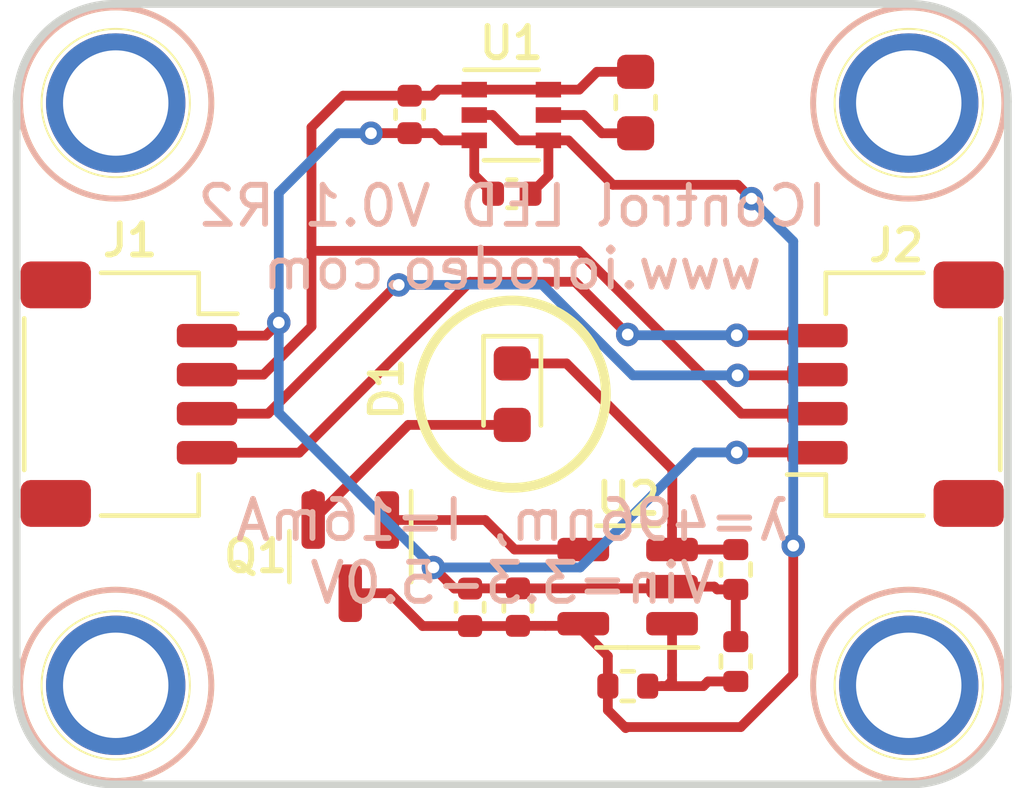
<source format=kicad_pcb>
(kicad_pcb (version 20221018) (generator pcbnew)
  (layers (0 "F.Cu" signal) (31 "B.Cu" signal) (34 "B.Paste" user) (35 "F.Paste" user) (36 "B.SilkS" user "B.Silkscreen") (37 "F.SilkS" user "F.Silkscreen") (38 "B.Mask" user) (39 "F.Mask" user) (44 "Edge.Cuts" user))
  (net 0 "")
  (net 1 "GND")
  (net 2 "/VIN")
  (net 3 "/VL")
  (net 4 "/SCL")
  (net 5 "/SDA")
  (net 6 "/5V")
  (net 7 "Net-(D1-K)")
  (net 8 "Net-(D1-A)")
  (net 9 "Net-(Q1-B)")
  (net 10 "/Vset")
  (footprint "custom_mount_hole:MountingHole_2.5mm_Pad" (layer "F.Cu") (at 52.54 52.54)
    (fp_text reference "M1" hide)
    (fp_text value "MountingHole_2.5mm_Pad" hide)
    (fp_circle (center 0 0) (end 2.45 0) (stroke (width 0.15)) (fill none) (layer "B.SilkS"))
    (fp_circle (center 0 0) (end 1.9 0) (stroke (width 0.05)) (fill none) (layer "F.SilkS"))
    (fp_circle (center 0 0) (end 2.45 0) (stroke (width 0.15)) (fill none) (layer "F.SilkS"))
    (pad "~" thru_hole circle (at 0 0) (size 3.57 3.57) (drill 2.7) (layers "*.Cu" "*.Mask"))
  )
  (footprint "custom_mount_hole:MountingHole_2.5mm_Pad" (layer "F.Cu") (at 72.86 52.54)
    (fp_text reference "M2" hide)
    (fp_text value "MountingHole_2.5mm_Pad" hide)
    (fp_circle (center 0 0) (end 2.45 0) (stroke (width 0.15)) (fill none) (layer "B.SilkS"))
    (fp_circle (center 0 0) (end 1.9 0) (stroke (width 0.05)) (fill none) (layer "F.SilkS"))
    (fp_circle (center 0 0) (end 2.45 0) (stroke (width 0.15)) (fill none) (layer "F.SilkS"))
    (pad "~" thru_hole circle (at 0 0) (size 3.57 3.57) (drill 2.7) (layers "*.Cu" "*.Mask"))
  )
  (footprint "custom_mount_hole:MountingHole_2.5mm_Pad" (layer "F.Cu") (at 72.86 67.46)
    (fp_text reference "M3" hide)
    (fp_text value "MountingHole_2.5mm_Pad" hide)
    (fp_circle (center 0 0) (end 2.45 0) (stroke (width 0.15)) (fill none) (layer "B.SilkS"))
    (fp_circle (center 0 0) (end 1.9 0) (stroke (width 0.05)) (fill none) (layer "F.SilkS"))
    (fp_circle (center 0 0) (end 2.45 0) (stroke (width 0.15)) (fill none) (layer "F.SilkS"))
    (pad "~" thru_hole circle (at 0 0) (size 3.57 3.57) (drill 2.7) (layers "*.Cu" "*.Mask"))
  )
  (footprint "custom_mount_hole:MountingHole_2.5mm_Pad" (layer "F.Cu") (at 52.54 67.46)
    (fp_text reference "M4" hide)
    (fp_text value "MountingHole_2.5mm_Pad" hide)
    (fp_circle (center 0 0) (end 2.45 0) (stroke (width 0.15)) (fill none) (layer "B.SilkS"))
    (fp_circle (center 0 0) (end 1.9 0) (stroke (width 0.05)) (fill none) (layer "F.SilkS"))
    (fp_circle (center 0 0) (end 2.45 0) (stroke (width 0.15)) (fill none) (layer "F.SilkS"))
    (pad "~" thru_hole circle (at 0 0) (size 3.57 3.57) (drill 2.7) (layers "*.Cu" "*.Mask"))
  )
  (footprint "LED_SMD:LED_0603_1608Metric" (layer "F.Cu") (at 62.7 60 -90)
    (fp_text reference "D1" (at -0.1322 3.2132 90) (layer "F.SilkS") (effects (font (size 0.8 0.8))))
    (fp_text value "LED" hide)
    (fp_line (start -1.485 -0.735) (end -1.485 0.735) (stroke (width 0.12)) (layer "F.SilkS"))
    (fp_line (start -1.485 0.735) (end 0.8 0.735) (stroke (width 0.12)) (layer "F.SilkS"))
    (fp_line (start 0.8 -0.735) (end -1.485 -0.735) (stroke (width 0.12)) (layer "F.SilkS"))
    (pad "1" smd roundrect (at -0.7875 0 270) (size 0.875 0.95) (layers "F.Cu" "F.Paste" "F.Mask") (net 7 "Net-(D1-K)"))
    (pad "2" smd roundrect (at 0.7875 0 270) (size 0.875 0.95) (layers "F.Cu" "F.Paste" "F.Mask") (net 8 "Net-(D1-A)"))
  )
  (footprint "JST_SH_SM04B_custom:JST_SH_SM04B-SRSS-TB_1x04-1MP_P1.00mm_Horizontal" (layer "F.Cu") (at 52.88 60 -90)
    (fp_text reference "J1" (at -3.9422 -0.0298) (layer "F.SilkS") (effects (font (size 0.8 0.8))))
    (fp_text value "Conn_01x04" hide)
    (fp_line (start -3.11 -1.785) (end -2.06 -1.785) (stroke (width 0.12)) (layer "F.SilkS"))
    (fp_line (start -3.11 0.715) (end -3.11 -1.785) (stroke (width 0.12)) (layer "F.SilkS"))
    (fp_line (start -2.06 -1.785) (end -2.06 -2.775) (stroke (width 0.12)) (layer "F.SilkS"))
    (fp_line (start -1.94 2.685) (end 1.94 2.685) (stroke (width 0.12)) (layer "F.SilkS"))
    (fp_line (start 3.11 -1.785) (end 2.06 -1.785) (stroke (width 0.12)) (layer "F.SilkS"))
    (fp_line (start 3.11 0.715) (end 3.11 -1.785) (stroke (width 0.12)) (layer "F.SilkS"))
    (pad "1" smd roundrect (at -1.5 -2 270) (size 0.6 1.55) (layers "F.Cu" "F.Paste" "F.Mask") (net 1 "GND"))
    (pad "2" smd roundrect (at -0.5 -2 270) (size 0.6 1.55) (layers "F.Cu" "F.Paste" "F.Mask") (net 2 "/VIN"))
    (pad "3" smd roundrect (at 0.5 -2 270) (size 0.6 1.55) (layers "F.Cu" "F.Paste" "F.Mask") (net 5 "/SDA"))
    (pad "4" smd roundrect (at 1.5 -2 270) (size 0.6 1.55) (layers "F.Cu" "F.Paste" "F.Mask") (net 4 "/SCL"))
    (pad "MP" smd roundrect (at -2.8 1.875 270) (size 1.2 1.8) (layers "F.Cu" "F.Paste" "F.Mask") (roundrect_rratio 0.2083333333))
    (pad "MP" smd roundrect (at 2.8 1.875 270) (size 1.2 1.8) (layers "F.Cu" "F.Paste" "F.Mask") (roundrect_rratio 0.2083333333))
  )
  (footprint "JST_SH_SM04B_custom:JST_SH_SM04B-SRSS-TB_1x04-1MP_P1.00mm_Horizontal" (layer "F.Cu") (at 72.52 60 90)
    (fp_text reference "J2" (at 3.8152 0.0208 180) (layer "F.SilkS") (effects (font (size 0.8 0.8))))
    (fp_text value "Conn_01x04" hide)
    (fp_line (start -3.11 -1.785) (end -2.06 -1.785) (stroke (width 0.12)) (layer "F.SilkS"))
    (fp_line (start -3.11 0.715) (end -3.11 -1.785) (stroke (width 0.12)) (layer "F.SilkS"))
    (fp_line (start -2.06 -1.785) (end -2.06 -2.775) (stroke (width 0.12)) (layer "F.SilkS"))
    (fp_line (start -1.94 2.685) (end 1.94 2.685) (stroke (width 0.12)) (layer "F.SilkS"))
    (fp_line (start 3.11 -1.785) (end 2.06 -1.785) (stroke (width 0.12)) (layer "F.SilkS"))
    (fp_line (start 3.11 0.715) (end 3.11 -1.785) (stroke (width 0.12)) (layer "F.SilkS"))
    (pad "1" smd roundrect (at -1.5 -2 90) (size 0.6 1.55) (layers "F.Cu" "F.Paste" "F.Mask") (net 1 "GND"))
    (pad "2" smd roundrect (at -0.5 -2 90) (size 0.6 1.55) (layers "F.Cu" "F.Paste" "F.Mask") (net 2 "/VIN"))
    (pad "3" smd roundrect (at 0.5 -2 90) (size 0.6 1.55) (layers "F.Cu" "F.Paste" "F.Mask") (net 5 "/SDA"))
    (pad "4" smd roundrect (at 1.5 -2 90) (size 0.6 1.55) (layers "F.Cu" "F.Paste" "F.Mask") (net 4 "/SCL"))
    (pad "MP" smd roundrect (at -2.8 1.875 90) (size 1.2 1.8) (layers "F.Cu" "F.Paste" "F.Mask") (roundrect_rratio 0.2083333333))
    (pad "MP" smd roundrect (at 2.8 1.875 90) (size 1.2 1.8) (layers "F.Cu" "F.Paste" "F.Mask") (roundrect_rratio 0.2083333333))
  )
  (footprint "Resistor_SMD:R_0402_1005Metric" (layer "F.Cu") (at 68.4276 64.4926 -90)
    (fp_text reference "R1" hide)
    (fp_text value "10" hide)
    (fp_line (start -0.153641 -0.38) (end 0.153641 -0.38) (stroke (width 0.12)) (layer "F.SilkS"))
    (fp_line (start -0.153641 0.38) (end 0.153641 0.38) (stroke (width 0.12)) (layer "F.SilkS"))
    (pad "1" smd roundrect (at -0.51 0 270) (size 0.54 0.64) (layers "F.Cu" "F.Paste" "F.Mask") (net 7 "Net-(D1-K)"))
    (pad "2" smd roundrect (at 0.51 0 270) (size 0.54 0.64) (layers "F.Cu" "F.Paste" "F.Mask") (net 1 "GND"))
  )
  (footprint "Package_TO_SOT_SMD:SOT-23-5" (layer "F.Cu") (at 65.6577 64.931 180)
    (fp_text reference "U2" (at -0.0125 2.25) (layer "F.SilkS") (effects (font (size 0.8 0.8) (thickness 0.15) bold)))
    (fp_text value "LMV321")
    (fp_line (start 0 -1.56) (end -1.8 -1.56) (stroke (width 0.12)) (layer "F.SilkS"))
    (fp_line (start 0 -1.56) (end 0.8 -1.56) (stroke (width 0.12)) (layer "F.SilkS"))
    (fp_line (start 0 1.56) (end -0.8 1.56) (stroke (width 0.12)) (layer "F.SilkS"))
    (fp_line (start 0 1.56) (end 0.8 1.56) (stroke (width 0.12)) (layer "F.SilkS"))
    (pad "1" smd roundrect (at -1.1375 -0.95 180) (size 1.325 0.6) (layers "F.Cu" "F.Paste" "F.Mask") (net 10 "/Vset"))
    (pad "2" smd roundrect (at -1.1375 0 180) (size 1.325 0.6) (layers "F.Cu" "F.Paste" "F.Mask") (net 1 "GND"))
    (pad "3" smd roundrect (at -1.1375 0.95 180) (size 1.325 0.6) (layers "F.Cu" "F.Paste" "F.Mask") (net 7 "Net-(D1-K)"))
    (pad "4" smd roundrect (at 1.1375 0.95 180) (size 1.325 0.6) (layers "F.Cu" "F.Paste" "F.Mask") (net 9 "Net-(Q1-B)"))
    (pad "5" smd roundrect (at 1.1375 -0.95 180) (size 1.325 0.6) (layers "F.Cu" "F.Paste" "F.Mask") (net 6 "/5V"))
  )
  (footprint "Capacitor_SMD:C_0402_1005Metric" (layer "F.Cu") (at 62.8452 65.456 90)
    (fp_text reference "C3" hide)
    (fp_text value "0.1uF" hide)
    (fp_line (start -0.107836 -0.36) (end 0.107836 -0.36) (stroke (width 0.12)) (layer "F.SilkS"))
    (fp_line (start -0.107836 0.36) (end 0.107836 0.36) (stroke (width 0.12)) (layer "F.SilkS"))
    (pad "1" smd roundrect (at -0.48 0 90) (size 0.56 0.62) (layers "F.Cu" "F.Paste" "F.Mask") (net 6 "/5V"))
    (pad "2" smd roundrect (at 0.48 0 90) (size 0.56 0.62) (layers "F.Cu" "F.Paste" "F.Mask") (net 1 "GND"))
  )
  (footprint "Resistor_SMD:R_0402_1005Metric" (layer "F.Cu") (at 68.4276 66.8508 90)
    (fp_text reference "R3" hide)
    (fp_text value "1k" hide)
    (fp_line (start -0.153641 -0.38) (end 0.153641 -0.38) (stroke (width 0.12)) (layer "F.SilkS"))
    (fp_line (start -0.153641 0.38) (end 0.153641 0.38) (stroke (width 0.12)) (layer "F.SilkS"))
    (pad "1" smd roundrect (at -0.51 0 90) (size 0.54 0.64) (layers "F.Cu" "F.Paste" "F.Mask") (net 10 "/Vset"))
    (pad "2" smd roundrect (at 0.51 0 90) (size 0.54 0.64) (layers "F.Cu" "F.Paste" "F.Mask") (net 1 "GND"))
  )
  (footprint "Inductor_SMD:L_0603_1608Metric" (layer "F.Cu") (at 65.8622 52.5272 -90)
    (fp_text reference "L1" hide)
    (fp_text value "4.7uF" hide)
    (fp_line (start -0.162779 -0.51) (end 0.162779 -0.51) (stroke (width 0.12)) (layer "F.SilkS"))
    (fp_line (start -0.162779 0.51) (end 0.162779 0.51) (stroke (width 0.12)) (layer "F.SilkS"))
    (pad "1" smd roundrect (at -0.7875 0 270) (size 0.875 0.95) (layers "F.Cu" "F.Paste" "F.Mask") (net 2 "/VIN"))
    (pad "2" smd roundrect (at 0.7875 0 270) (size 0.875 0.95) (layers "F.Cu" "F.Paste" "F.Mask") (net 3 "/VL"))
  )
  (footprint "Resistor_SMD:R_0402_1005Metric" (layer "F.Cu") (at 65.6602 67.481)
    (fp_text reference "R2" hide)
    (fp_text value "30k" hide)
    (fp_line (start -0.153641 -0.38) (end 0.153641 -0.38) (stroke (width 0.12)) (layer "F.SilkS"))
    (fp_line (start -0.153641 0.38) (end 0.153641 0.38) (stroke (width 0.12)) (layer "F.SilkS"))
    (pad "1" smd roundrect (at -0.51 0) (size 0.54 0.64) (layers "F.Cu" "F.Paste" "F.Mask") (net 6 "/5V"))
    (pad "2" smd roundrect (at 0.51 0) (size 0.54 0.64) (layers "F.Cu" "F.Paste" "F.Mask") (net 10 "/Vset"))
  )
  (footprint "Capacitor_SMD:C_0402_1005Metric" (layer "F.Cu") (at 60.071 52.832 90)
    (fp_text reference "C1" hide)
    (fp_text value "10uF" hide)
    (fp_line (start -0.107836 -0.36) (end 0.107836 -0.36) (stroke (width 0.12)) (layer "F.SilkS"))
    (fp_line (start -0.107836 0.36) (end 0.107836 0.36) (stroke (width 0.12)) (layer "F.SilkS"))
    (pad "1" smd roundrect (at -0.48 0 90) (size 0.56 0.62) (layers "F.Cu" "F.Paste" "F.Mask") (net 1 "GND"))
    (pad "2" smd roundrect (at 0.48 0 90) (size 0.56 0.62) (layers "F.Cu" "F.Paste" "F.Mask") (net 2 "/VIN"))
  )
  (footprint "Package_TO_SOT_SMD:SOT-363_SC-70-6" (layer "F.Cu") (at 62.677 52.847)
    (fp_text reference "U1" (at 0 -1.8438) (layer "F.SilkS") (effects (font (size 0.8 0.8))))
    (fp_text value "TPS61222DCK" hide)
    (fp_line (start -0.7 1.16) (end 0.7 1.16) (stroke (width 0.12)) (layer "F.SilkS"))
    (fp_line (start 0.7 -1.16) (end -1.2 -1.16) (stroke (width 0.12)) (layer "F.SilkS"))
    (pad "1" smd rect (at -0.95 -0.65) (size 0.65 0.4) (layers "F.Cu" "F.Paste" "F.Mask") (net 2 "/VIN"))
    (pad "2" smd rect (at -0.95 0) (size 0.65 0.4) (layers "F.Cu" "F.Paste" "F.Mask") (net 6 "/5V"))
    (pad "3" smd rect (at -0.95 0.65) (size 0.65 0.4) (layers "F.Cu" "F.Paste" "F.Mask") (net 1 "GND"))
    (pad "4" smd rect (at 0.95 0.65) (size 0.65 0.4) (layers "F.Cu" "F.Paste" "F.Mask") (net 6 "/5V"))
    (pad "5" smd rect (at 0.95 0) (size 0.65 0.4) (layers "F.Cu" "F.Paste" "F.Mask") (net 3 "/VL"))
    (pad "6" smd rect (at 0.95 -0.65) (size 0.65 0.4) (layers "F.Cu" "F.Paste" "F.Mask") (net 2 "/VIN"))
  )
  (footprint "Capacitor_SMD:C_0402_1005Metric" (layer "F.Cu") (at 61.6202 65.461 90)
    (fp_text reference "C4" hide)
    (fp_text value "10uF" hide)
    (fp_line (start -0.107836 -0.36) (end 0.107836 -0.36) (stroke (width 0.12)) (layer "F.SilkS"))
    (fp_line (start -0.107836 0.36) (end 0.107836 0.36) (stroke (width 0.12)) (layer "F.SilkS"))
    (pad "1" smd roundrect (at -0.48 0 90) (size 0.56 0.62) (layers "F.Cu" "F.Paste" "F.Mask") (net 6 "/5V"))
    (pad "2" smd roundrect (at 0.48 0 90) (size 0.56 0.62) (layers "F.Cu" "F.Paste" "F.Mask") (net 1 "GND"))
  )
  (footprint "Package_TO_SOT_SMD:SOT-23" (layer "F.Cu") (at 58.55 64.1625 -90)
    (fp_text reference "Q1" (at -0.0125 2.425 -180) (layer "F.SilkS") (effects (font (size 0.8 0.8) (thickness 0.15) bold)))
    (fp_text value "MMBT5551L" hide)
    (fp_line (start 0 -1.56) (end -1.675 -1.56) (stroke (width 0.12)) (layer "F.SilkS"))
    (fp_line (start 0 -1.56) (end 0.65 -1.56) (stroke (width 0.12)) (layer "F.SilkS"))
    (fp_line (start 0 1.56) (end -0.65 1.56) (stroke (width 0.12)) (layer "F.SilkS"))
    (fp_line (start 0 1.56) (end 0.65 1.56) (stroke (width 0.12)) (layer "F.SilkS"))
    (pad "1" smd roundrect (at -0.9375 -0.95 270) (size 1.475 0.6) (layers "F.Cu" "F.Paste" "F.Mask") (net 9 "Net-(Q1-B)"))
    (pad "2" smd roundrect (at -0.9375 0.95 270) (size 1.475 0.6) (layers "F.Cu" "F.Paste" "F.Mask") (net 8 "Net-(D1-A)"))
    (pad "3" smd roundrect (at 0.9375 0 270) (size 1.475 0.6) (layers "F.Cu" "F.Paste" "F.Mask") (net 6 "/5V"))
  )
  (footprint "Capacitor_SMD:C_0402_1005Metric" (layer "F.Cu") (at 62.6898 54.864)
    (fp_text reference "C2" hide)
    (fp_text value "10uF" hide)
    (fp_line (start -0.107836 -0.36) (end 0.107836 -0.36) (stroke (width 0.12)) (layer "F.SilkS"))
    (fp_line (start -0.107836 0.36) (end 0.107836 0.36) (stroke (width 0.12)) (layer "F.SilkS"))
    (pad "1" smd roundrect (at -0.48 0) (size 0.56 0.62) (layers "F.Cu" "F.Paste" "F.Mask") (net 1 "GND"))
    (pad "2" smd roundrect (at 0.48 0) (size 0.56 0.62) (layers "F.Cu" "F.Paste" "F.Mask") (net 6 "/5V"))
  )
  (gr_circle (center 62.7 60) (end 65.1 60) (stroke (width 0.25)) (fill none) (layer "F.SilkS"))
  (gr_arc (start 72.9 50) (mid 74.667767 50.732233) (end 75.4 52.5) (stroke (width 0.2)) (layer "Edge.Cuts"))
  (gr_arc (start 52.5 70) (mid 50.732233 69.267767) (end 50 67.5) (stroke (width 0.2)) (layer "Edge.Cuts"))
  (gr_line (start 52.5 50) (end 72.9 50) (stroke (width 0.2)) (layer "Edge.Cuts"))
  (gr_arc (start 50 52.5) (mid 50.732233 50.732233) (end 52.5 50) (stroke (width 0.2)) (layer "Edge.Cuts"))
  (gr_arc (start 75.4 67.5) (mid 74.667767 69.267767) (end 72.9 70) (stroke (width 0.2)) (layer "Edge.Cuts"))
  (gr_line (start 50 52.5) (end 50 67.5) (stroke (width 0.2)) (layer "Edge.Cuts"))
  (gr_line (start 52.5 70) (end 72.9 70) (stroke (width 0.2)) (layer "Edge.Cuts"))
  (gr_line (start 75.4 52.5) (end 75.4 67.5) (stroke (width 0.2)) (layer "Edge.Cuts"))
  (gr_text "IControl LED V0.1 R2\nwww.iorodeo.com\n\n\n\nλ=496nm, I=16mA\nVin=3.3-5.0V" (at 62.7 60.01) (layer "B.SilkS") (effects (font (size 1 1)) (justify mirror)))
  (segment (start 61.2218 64.981) (end 60.6806 64.4398) (width 0.25) (layer "F.Cu") (net 1))
  (segment (start 68.4276 65.0026) (end 68.4276 66.3408) (width 0.25) (layer "F.Cu") (net 1))
  (segment (start 60.071 53.312) (end 60.7034 53.312) (width 0.25) (layer "F.Cu") (net 1))
  (segment (start 60.7034 53.312) (end 60.8884 53.497) (width 0.25) (layer "F.Cu") (net 1))
  (segment (start 62.8452 64.976) (end 61.6252 64.976) (width 0.25) (layer "F.Cu") (net 1))
  (segment (start 68.4276 65.0026) (end 67.949 65.0026) (width 0.25) (layer "F.Cu") (net 1))
  (segment (start 70.3134 61.4934) (end 70.32 61.5) (width 0.25) (layer "F.Cu") (net 1))
  (segment (start 62.8452 64.976) (end 63.9452 64.976) (width 0.25) (layer "F.Cu") (net 1))
  (segment (start 67.949 65.0026) (end 67.8774 64.931) (width 0.25) (layer "F.Cu") (net 1))
  (segment (start 68.453 61.4934) (end 70.4134 61.4934) (width 0.25) (layer "F.Cu") (net 1))
  (segment (start 59.083 53.312) (end 59.0804 53.3146) (width 0.25) (layer "F.Cu") (net 1))
  (segment (start 56.3842 58.5) (end 54.98 58.5) (width 0.25) (layer "F.Cu") (net 1))
  (segment (start 70.4134 61.4934) (end 70.42 61.5) (width 0.25) (layer "F.Cu") (net 1))
  (segment (start 56.3842 58.5) (end 56.7182 58.166) (width 0.25) (layer "F.Cu") (net 1))
  (segment (start 70.7684 61.4934) (end 70.775 61.5) (width 0.25) (layer "F.Cu") (net 1))
  (segment (start 70.3634 61.4934) (end 70.37 61.5) (width 0.25) (layer "F.Cu") (net 1))
  (segment (start 61.727 54.3812) (end 62.2098 54.864) (width 0.25) (layer "F.Cu") (net 1))
  (segment (start 61.6202 64.981) (end 61.2218 64.981) (width 0.25) (layer "F.Cu") (net 1))
  (segment (start 66.7502 64.976) (end 66.7952 64.931) (width 0.25) (layer "F.Cu") (net 1))
  (segment (start 60.8884 53.497) (end 61.727 53.497) (width 0.25) (layer "F.Cu") (net 1))
  (segment (start 67.8774 64.931) (end 66.7952 64.931) (width 0.25) (layer "F.Cu") (net 1))
  (segment (start 60.071 53.312) (end 59.083 53.312) (width 0.25) (layer "F.Cu") (net 1))
  (segment (start 61.727 53.497) (end 61.727 54.3812) (width 0.25) (layer "F.Cu") (net 1))
  (segment (start 63.9452 64.976) (end 66.7502 64.976) (width 0.25) (layer "F.Cu") (net 1))
  (segment (start 61.6252 64.976) (end 61.6202 64.981) (width 0.25) (layer "F.Cu") (net 1))
  (via (at 60.6806 64.4398) (size 0.6) (drill 0.3) (layers "F.Cu" "B.Cu") (net 1))
  (via (at 56.7182 58.166) (size 0.6) (drill 0.3) (layers "F.Cu" "B.Cu") (net 1))
  (via (at 59.0804 53.3146) (size 0.6) (drill 0.3) (layers "F.Cu" "B.Cu") (net 1))
  (via (at 68.453 61.4934) (size 0.6) (drill 0.3) (layers "F.Cu" "B.Cu") (net 1))
  (segment (start 67.3862 61.4934) (end 68.453 61.4934) (width 0.25) (layer "B.Cu") (net 1))
  (segment (start 56.7182 54.8386) (end 58.2422 53.3146) (width 0.25) (layer "B.Cu") (net 1))
  (segment (start 60.6806 64.4398) (end 64.4398 64.4398) (width 0.25) (layer "B.Cu") (net 1))
  (segment (start 64.4398 64.4398) (end 67.3862 61.4934) (width 0.25) (layer "B.Cu") (net 1))
  (segment (start 56.7182 60.4774) (end 60.6806 64.4398) (width 0.25) (layer "B.Cu") (net 1))
  (segment (start 58.2422 53.3146) (end 59.0804 53.3146) (width 0.25) (layer "B.Cu") (net 1))
  (segment (start 56.7182 58.166) (end 56.7182 54.8386) (width 0.25) (layer "B.Cu") (net 1))
  (segment (start 56.7182 58.166) (end 56.7182 60.4774) (width 0.25) (layer "B.Cu") (net 1))
  (segment (start 60.6526 52.352) (end 60.8076 52.197) (width 0.25) (layer "F.Cu") (net 2))
  (segment (start 60.071 52.352) (end 60.6526 52.352) (width 0.25) (layer "F.Cu") (net 2))
  (segment (start 57.5564 53.1622) (end 58.3666 52.352) (width 0.25) (layer "F.Cu") (net 2))
  (segment (start 56.324 59.5) (end 57.5564 58.2676) (width 0.25) (layer "F.Cu") (net 2))
  (segment (start 64.8717 51.7397) (end 65.8622 51.7397) (width 0.25) (layer "F.Cu") (net 2))
  (segment (start 64.4144 52.197) (end 64.8717 51.7397) (width 0.25) (layer "F.Cu") (net 2))
  (segment (start 57.5564 56.3372) (end 57.5564 53.1622) (width 0.25) (layer "F.Cu") (net 2))
  (segment (start 57.5661 56.3275) (end 64.399584 56.3275) (width 0.25) (layer "F.Cu") (net 2))
  (segment (start 57.5564 58.2676) (end 57.5564 56.3372) (width 0.25) (layer "F.Cu") (net 2))
  (segment (start 63.627 52.197) (end 64.4144 52.197) (width 0.25) (layer "F.Cu") (net 2))
  (segment (start 57.5564 56.3372) (end 57.5661 56.3275) (width 0.25) (layer "F.Cu") (net 2))
  (segment (start 56.324 59.5) (end 54.98 59.5) (width 0.25) (layer "F.Cu") (net 2))
  (segment (start 58.3666 52.352) (end 60.071 52.352) (width 0.25) (layer "F.Cu") (net 2))
  (segment (start 64.399584 56.3275) (end 68.572084 60.5) (width 0.25) (layer "F.Cu") (net 2))
  (segment (start 68.572084 60.5) (end 70.42 60.5) (width 0.25) (layer "F.Cu") (net 2))
  (segment (start 61.727 52.197) (end 63.627 52.197) (width 0.25) (layer "F.Cu") (net 2))
  (segment (start 60.8076 52.197) (end 61.727 52.197) (width 0.25) (layer "F.Cu") (net 2))
  (segment (start 64.531 52.847) (end 63.627 52.847) (width 0.25) (layer "F.Cu") (net 3))
  (segment (start 65.8622 53.3147) (end 64.9987 53.3147) (width 0.25) (layer "F.Cu") (net 3))
  (segment (start 64.9987 53.3147) (end 64.531 52.847) (width 0.25) (layer "F.Cu") (net 3))
  (segment (start 57.24 61.5) (end 54.98 61.5) (width 0.25) (layer "F.Cu") (net 4))
  (segment (start 61.62 57.12) (end 57.24 61.5) (width 0.25) (layer "F.Cu") (net 4))
  (segment (start 68.453 58.49) (end 70.41 58.49) (width 0.25) (layer "F.Cu") (net 4))
  (segment (start 70.36 58.49) (end 70.37 58.5) (width 0.25) (layer "F.Cu") (net 4))
  (segment (start 70.41 58.49) (end 70.42 58.5) (width 0.25) (layer "F.Cu") (net 4))
  (segment (start 65.659 58.4708) (end 64.3082 57.12) (width 0.25) (layer "F.Cu") (net 4))
  (segment (start 70.31 58.49) (end 70.32 58.5) (width 0.25) (layer "F.Cu") (net 4))
  (segment (start 64.3082 57.12) (end 61.62 57.12) (width 0.25) (layer "F.Cu") (net 4))
  (via (at 68.453 58.49) (size 0.6) (drill 0.3) (layers "F.Cu" "B.Cu") (net 4))
  (via (at 65.659 58.4708) (size 0.6) (drill 0.3) (layers "F.Cu" "B.Cu") (net 4))
  (segment (start 68.453 58.49) (end 65.6782 58.49) (width 0.25) (layer "B.Cu") (net 4))
  (segment (start 65.6782 58.49) (end 65.659 58.4708) (width 0.25) (layer "B.Cu") (net 4))
  (segment (start 59.7916 57.2008) (end 59.7408 57.2008) (width 0.25) (layer "F.Cu") (net 5))
  (segment (start 68.472931 59.517669) (end 70.402331 59.517669) (width 0.25) (layer "F.Cu") (net 5))
  (segment (start 68.472931 59.517669) (end 68.4906 59.5) (width 0.25) (layer "F.Cu") (net 5))
  (segment (start 70.402331 59.517669) (end 70.42 59.5) (width 0.25) (layer "F.Cu") (net 5))
  (segment (start 59.7408 57.2008) (end 56.4416 60.5) (width 0.25) (layer "F.Cu") (net 5))
  (segment (start 56.4416 60.5) (end 54.98 60.5) (width 0.25) (layer "F.Cu") (net 5))
  (segment (start 68.472931 59.517669) (end 68.455262 59.5) (width 0.25) (layer "F.Cu") (net 5))
  (segment (start 70.352331 59.517669) (end 70.37 59.5) (width 0.25) (layer "F.Cu") (net 5))
  (via (at 59.7916 57.2008) (size 0.6) (drill 0.3) (layers "F.Cu" "B.Cu") (net 5))
  (via (at 68.472931 59.517669) (size 0.6) (drill 0.3) (layers "F.Cu" "B.Cu") (net 5))
  (segment (start 61.4492 57.2008) (end 59.7916 57.2008) (width 0.25) (layer "B.Cu") (net 5))
  (segment (start 68.472931 59.517669) (end 65.791469 59.517669) (width 0.25) (layer "B.Cu") (net 5))
  (segment (start 65.791469 59.517669) (end 63.4638 57.19) (width 0.25) (layer "B.Cu") (net 5))
  (segment (start 61.46 57.19) (end 61.4492 57.2008) (width 0.25) (layer "B.Cu") (net 5))
  (segment (start 63.4638 57.19) (end 61.46 57.19) (width 0.25) (layer "B.Cu") (net 5))
  (segment (start 63.627 54.4068) (end 63.1698 54.864) (width 0.25) (layer "F.Cu") (net 6))
  (segment (start 64.5202 65.881) (end 64.5202 66.081) (width 0.25) (layer "F.Cu") (net 6))
  (segment (start 62.8402 65.941) (end 62.8452 65.936) (width 0.25) (layer "F.Cu") (net 6))
  (segment (start 63.5452 65.936) (end 64.4652 65.936) (width 0.25) (layer "F.Cu") (net 6))
  (segment (start 61.6202 65.941) (end 60.4038 65.941) (width 0.25) (layer "F.Cu") (net 6))
  (segment (start 65.6082 68.5546) (end 65.1502 68.0966) (width 0.25) (layer "F.Cu") (net 6))
  (segment (start 58.55 65.1) (end 58.55 65.5858) (width 0.25) (layer "F.Cu") (net 6))
  (segment (start 62.8452 65.936) (end 63.5452 65.936) (width 0.25) (layer "F.Cu") (net 6))
  (segment (start 61.727 52.847) (end 62.1942 52.847) (width 0.25) (layer "F.Cu") (net 6))
  (segment (start 68.5546 68.5292) (end 65.6336 68.5292) (width 0.25) (layer "F.Cu") (net 6))
  (segment (start 65.1502 66.711) (end 65.1502 67.481) (width 0.25) (layer "F.Cu") (net 6))
  (segment (start 68.4754 54.6354) (end 68.83 54.99) (width 0.25) (layer "F.Cu") (net 6))
  (segment (start 63.627 53.497) (end 64.1396 53.497) (width 0.25) (layer "F.Cu") (net 6))
  (segment (start 65.278 54.6354) (end 68.4754 54.6354) (width 0.25) (layer "F.Cu") (net 6))
  (segment (start 62.1942 52.847) (end 62.8442 53.497) (width 0.25) (layer "F.Cu") (net 6))
  (segment (start 64.5202 66.081) (end 65.1502 66.711) (width 0.25) (layer "F.Cu") (net 6))
  (segment (start 61.6202 65.941) (end 62.8402 65.941) (width 0.25) (layer "F.Cu") (net 6))
  (segment (start 59.5628 65.1) (end 58.55 65.1) (width 0.25) (layer "F.Cu") (net 6))
  (segment (start 65.6336 68.5292) (end 65.6082 68.5546) (width 0.25) (layer "F.Cu") (net 6))
  (segment (start 63.627 53.497) (end 63.627 54.4068) (width 0.25) (layer "F.Cu") (net 6))
  (segment (start 64.1396 53.497) (end 65.278 54.6354) (width 0.25) (layer "F.Cu") (net 6))
  (segment (start 69.9008 67.183) (end 68.5546 68.5292) (width 0.25) (layer "F.Cu") (net 6))
  (segment (start 60.4038 65.941) (end 59.5628 65.1) (width 0.25) (layer "F.Cu") (net 6))
  (segment (start 69.9008 63.881) (end 69.9008 67.183) (width 0.25) (layer "F.Cu") (net 6))
  (segment (start 62.8442 53.497) (end 63.627 53.497) (width 0.25) (layer "F.Cu") (net 6))
  (segment (start 65.1502 68.0966) (end 65.1502 67.481) (width 0.25) (layer "F.Cu") (net 6))
  (segment (start 64.4652 65.936) (end 64.5202 65.881) (width 0.25) (layer "F.Cu") (net 6))
  (via (at 69.9008 63.881) (size 0.6) (drill 0.3) (layers "F.Cu" "B.Cu") (net 6))
  (via (at 68.83 54.99) (size 0.6) (drill 0.3) (layers "F.Cu" "B.Cu") (net 6))
  (segment (start 69.9008 56.0832) (end 68.83 55.0124) (width 0.25) (layer "B.Cu") (net 6))
  (segment (start 68.83 55.0124) (end 68.83 54.99) (width 0.25) (layer "B.Cu") (net 6))
  (segment (start 69.9008 63.881) (end 69.9008 56.0832) (width 0.25) (layer "B.Cu") (net 6))
  (segment (start 68.426 63.981) (end 68.4276 63.9826) (width 0.25) (layer "F.Cu") (net 7))
  (segment (start 66.802 61.9252) (end 66.802 63.3476) (width 0.25) (layer "F.Cu") (net 7))
  (segment (start 62.7 59.2125) (end 64.0893 59.2125) (width 0.25) (layer "F.Cu") (net 7))
  (segment (start 66.7952 63.981) (end 68.426 63.981) (width 0.25) (layer "F.Cu") (net 7))
  (segment (start 64.0893 59.2125) (end 66.802 61.9252) (width 0.25) (layer "F.Cu") (net 7))
  (segment (start 66.7952 63.3544) (end 66.7952 63.981) (width 0.25) (layer "F.Cu") (net 7))
  (segment (start 66.802 63.3476) (end 66.7952 63.3544) (width 0.25) (layer "F.Cu") (net 7))
  (segment (start 60.0375 60.7875) (end 62.7 60.7875) (width 0.25) (layer "F.Cu") (net 8))
  (segment (start 57.6 63.225) (end 57.6 62.56) (width 0.25) (layer "F.Cu") (net 8))
  (segment (start 57.6 63.225) (end 60.0375 60.7875) (width 0.25) (layer "F.Cu") (net 8))
  (segment (start 62.0058 63.225) (end 59.5 63.225) (width 0.25) (layer "F.Cu") (net 9))
  (segment (start 59.545 63.18) (end 59.5 63.225) (width 0.25) (layer "F.Cu") (net 9))
  (segment (start 64.5202 63.981) (end 62.7618 63.981) (width 0.25) (layer "F.Cu") (net 9))
  (segment (start 62.7618 63.981) (end 62.0058 63.225) (width 0.25) (layer "F.Cu") (net 9))
  (segment (start 66.7952 67.346) (end 66.6602 67.481) (width 0.25) (layer "F.Cu") (net 10))
  (segment (start 67.7164 67.3608) (end 68.4276 67.3608) (width 0.25) (layer "F.Cu") (net 10))
  (segment (start 66.7952 65.881) (end 66.7952 67.196) (width 0.25) (layer "F.Cu") (net 10))
  (segment (start 66.5226 67.481) (end 67.5962 67.481) (width 0.25) (layer "F.Cu") (net 10))
  (segment (start 66.5226 67.481) (end 66.1702 67.481) (width 0.25) (layer "F.Cu") (net 10))
  (segment (start 66.7952 67.196) (end 66.7952 67.346) (width 0.25) (layer "F.Cu") (net 10))
  (segment (start 66.6602 67.481) (end 66.5226 67.481) (width 0.25) (layer "F.Cu") (net 10))
  (segment (start 67.5962 67.481) (end 67.7164 67.3608) (width 0.25) (layer "F.Cu") (net 10))
)
</source>
